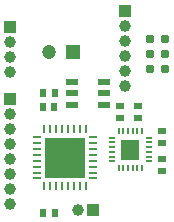
<source format=gts>
G04*
G04 #@! TF.GenerationSoftware,Altium Limited,Altium Designer,19.1.7 (138)*
G04*
G04 Layer_Color=8388736*
%FSLAX44Y44*%
%MOMM*%
G71*
G01*
G75*
%ADD15O,0.2500X0.8000*%
%ADD16O,0.8000X0.2500*%
%ADD17R,3.5000X3.5000*%
%ADD18O,0.2000X0.6500*%
%ADD19O,0.6500X0.2000*%
%ADD20R,1.5400X1.7000*%
%ADD21R,0.7000X0.6000*%
%ADD22R,1.0500X0.6000*%
%ADD23R,0.6000X0.7000*%
%ADD24C,0.7874*%
%ADD25R,1.2000X1.2000*%
%ADD26C,1.2000*%
%ADD27C,1.0000*%
%ADD28R,1.0000X1.0000*%
%ADD29R,1.0000X1.0000*%
%ADD30C,0.5000*%
D15*
X1019716Y751078D02*
D03*
X1024716D02*
D03*
X1029716D02*
D03*
X1034716D02*
D03*
X1039716D02*
D03*
X1044716D02*
D03*
X1049716D02*
D03*
X1054716D02*
D03*
Y799078D02*
D03*
X1049716D02*
D03*
X1044716D02*
D03*
X1039716D02*
D03*
X1034716D02*
D03*
X1029716D02*
D03*
X1024716D02*
D03*
X1019716D02*
D03*
D16*
X1061216Y757578D02*
D03*
Y762578D02*
D03*
Y767578D02*
D03*
Y772578D02*
D03*
Y777578D02*
D03*
Y782578D02*
D03*
Y787578D02*
D03*
Y792578D02*
D03*
X1013216D02*
D03*
Y787578D02*
D03*
Y782578D02*
D03*
Y777578D02*
D03*
Y772578D02*
D03*
Y767578D02*
D03*
Y762578D02*
D03*
Y757578D02*
D03*
D17*
X1037216Y775078D02*
D03*
D18*
X1082454Y766316D02*
D03*
X1086454D02*
D03*
X1090454D02*
D03*
X1094454D02*
D03*
X1098454D02*
D03*
X1102454D02*
D03*
Y797816D02*
D03*
X1098454D02*
D03*
X1094454D02*
D03*
X1090454D02*
D03*
X1086454D02*
D03*
X1082454D02*
D03*
D19*
X1108204Y772066D02*
D03*
Y776066D02*
D03*
Y780066D02*
D03*
Y784066D02*
D03*
Y788066D02*
D03*
Y792066D02*
D03*
X1076704D02*
D03*
Y788066D02*
D03*
Y784066D02*
D03*
Y780066D02*
D03*
Y776066D02*
D03*
Y772066D02*
D03*
D20*
X1092454Y782066D02*
D03*
D21*
X1118870Y773938D02*
D03*
Y763938D02*
D03*
X1098804Y809070D02*
D03*
Y819070D02*
D03*
X1118870Y797560D02*
D03*
Y787560D02*
D03*
X1083818Y819070D02*
D03*
Y809070D02*
D03*
D22*
X1042636Y820064D02*
D03*
Y829564D02*
D03*
Y839064D02*
D03*
X1070136D02*
D03*
Y829564D02*
D03*
Y820064D02*
D03*
D23*
X1018874Y728726D02*
D03*
X1028874D02*
D03*
X1018366Y829818D02*
D03*
X1028366D02*
D03*
X1028112Y817880D02*
D03*
X1018112D02*
D03*
D24*
X1122172Y850392D02*
D03*
X1109472D02*
D03*
X1122172Y863092D02*
D03*
X1109472D02*
D03*
X1122172Y875792D02*
D03*
X1109472D02*
D03*
D25*
X1043526Y864754D02*
D03*
D26*
X1023526D02*
D03*
D27*
X1088136Y835914D02*
D03*
Y848614D02*
D03*
Y861314D02*
D03*
Y874014D02*
D03*
Y886714D02*
D03*
X990600Y736092D02*
D03*
Y748792D02*
D03*
Y761492D02*
D03*
Y774192D02*
D03*
Y786892D02*
D03*
Y799592D02*
D03*
Y812292D02*
D03*
Y872998D02*
D03*
Y860298D02*
D03*
Y847598D02*
D03*
X1047750Y730504D02*
D03*
D28*
X1088136Y899414D02*
D03*
X990600Y824992D02*
D03*
Y885698D02*
D03*
D29*
X1060450Y730504D02*
D03*
D30*
X1026216Y764078D02*
D03*
Y775078D02*
D03*
Y786078D02*
D03*
X1037216Y764078D02*
D03*
Y775078D02*
D03*
Y786078D02*
D03*
X1048216Y764078D02*
D03*
Y775078D02*
D03*
Y786078D02*
D03*
M02*

</source>
